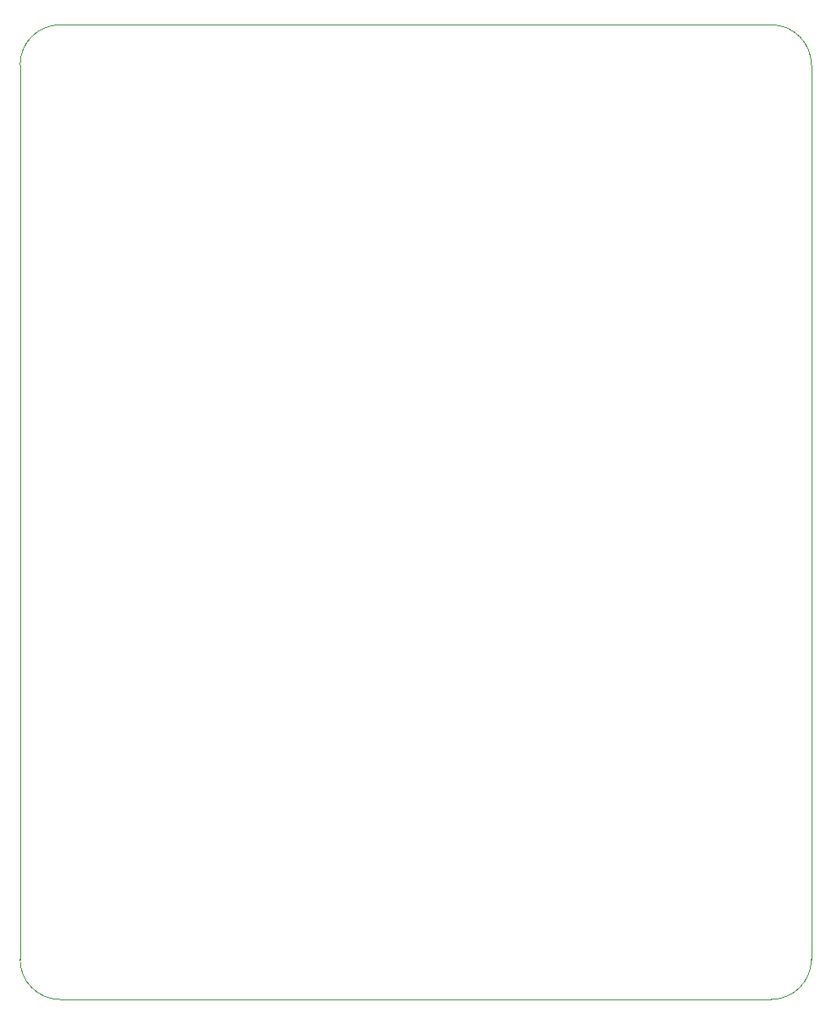
<source format=gm1>
G04 #@! TF.GenerationSoftware,KiCad,Pcbnew,8.0.7*
G04 #@! TF.CreationDate,2025-01-18T17:23:32-06:00*
G04 #@! TF.ProjectId,Controls-Leader,436f6e74-726f-46c7-932d-4c6561646572,rev?*
G04 #@! TF.SameCoordinates,Original*
G04 #@! TF.FileFunction,Profile,NP*
%FSLAX46Y46*%
G04 Gerber Fmt 4.6, Leading zero omitted, Abs format (unit mm)*
G04 Created by KiCad (PCBNEW 8.0.7) date 2025-01-18 17:23:32*
%MOMM*%
%LPD*%
G01*
G04 APERTURE LIST*
G04 #@! TA.AperFunction,Profile*
%ADD10C,0.050000*%
G04 #@! TD*
G04 APERTURE END LIST*
D10*
X112500000Y-144750000D02*
X112500000Y-55250000D01*
X191750000Y-55250000D02*
X191750000Y-144750000D01*
X187750000Y-51250000D02*
G75*
G02*
X191750000Y-55250000I0J-4000000D01*
G01*
X187750000Y-148750000D02*
X116500000Y-148750000D01*
X116500000Y-51250000D02*
X187750000Y-51250000D01*
X112500000Y-55250000D02*
G75*
G02*
X116500000Y-51250000I4000000J0D01*
G01*
X116500000Y-148750000D02*
G75*
G02*
X112500000Y-144750000I0J4000000D01*
G01*
X191750000Y-144750000D02*
G75*
G02*
X187750000Y-148750000I-4000000J0D01*
G01*
M02*

</source>
